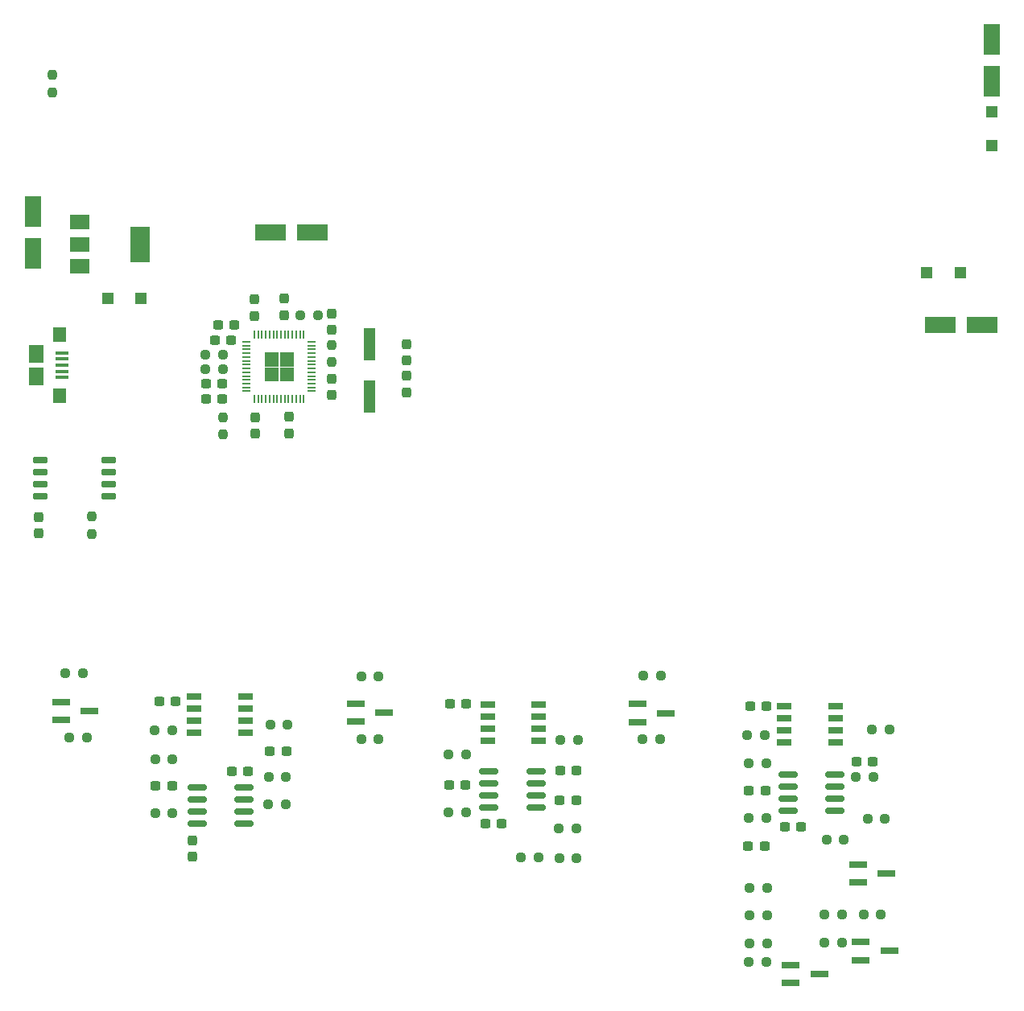
<source format=gtp>
G04 #@! TF.GenerationSoftware,KiCad,Pcbnew,(6.0.0)*
G04 #@! TF.CreationDate,2022-04-06T23:58:59+02:00*
G04 #@! TF.ProjectId,GenerativeEngine,47656e65-7261-4746-9976-65456e67696e,rev?*
G04 #@! TF.SameCoordinates,Original*
G04 #@! TF.FileFunction,Paste,Top*
G04 #@! TF.FilePolarity,Positive*
%FSLAX46Y46*%
G04 Gerber Fmt 4.6, Leading zero omitted, Abs format (unit mm)*
G04 Created by KiCad (PCBNEW (6.0.0)) date 2022-04-06 23:58:59*
%MOMM*%
%LPD*%
G01*
G04 APERTURE LIST*
G04 Aperture macros list*
%AMRoundRect*
0 Rectangle with rounded corners*
0 $1 Rounding radius*
0 $2 $3 $4 $5 $6 $7 $8 $9 X,Y pos of 4 corners*
0 Add a 4 corners polygon primitive as box body*
4,1,4,$2,$3,$4,$5,$6,$7,$8,$9,$2,$3,0*
0 Add four circle primitives for the rounded corners*
1,1,$1+$1,$2,$3*
1,1,$1+$1,$4,$5*
1,1,$1+$1,$6,$7*
1,1,$1+$1,$8,$9*
0 Add four rect primitives between the rounded corners*
20,1,$1+$1,$2,$3,$4,$5,0*
20,1,$1+$1,$4,$5,$6,$7,0*
20,1,$1+$1,$6,$7,$8,$9,0*
20,1,$1+$1,$8,$9,$2,$3,0*%
G04 Aperture macros list end*
%ADD10C,0.100000*%
%ADD11RoundRect,0.237500X-0.250000X-0.237500X0.250000X-0.237500X0.250000X0.237500X-0.250000X0.237500X0*%
%ADD12RoundRect,0.237500X-0.237500X0.300000X-0.237500X-0.300000X0.237500X-0.300000X0.237500X0.300000X0*%
%ADD13RoundRect,0.237500X0.237500X-0.300000X0.237500X0.300000X-0.237500X0.300000X-0.237500X-0.300000X0*%
%ADD14R,1.500000X0.650000*%
%ADD15R,1.150000X1.150000*%
%ADD16RoundRect,0.150000X-0.825000X-0.150000X0.825000X-0.150000X0.825000X0.150000X-0.825000X0.150000X0*%
%ADD17RoundRect,0.237500X0.250000X0.237500X-0.250000X0.237500X-0.250000X-0.237500X0.250000X-0.237500X0*%
%ADD18R,1.800000X3.300000*%
%ADD19RoundRect,0.237500X0.300000X0.237500X-0.300000X0.237500X-0.300000X-0.237500X0.300000X-0.237500X0*%
%ADD20RoundRect,0.150000X0.650000X0.150000X-0.650000X0.150000X-0.650000X-0.150000X0.650000X-0.150000X0*%
%ADD21R,3.300000X1.800000*%
%ADD22RoundRect,0.237500X-0.300000X-0.237500X0.300000X-0.237500X0.300000X0.237500X-0.300000X0.237500X0*%
%ADD23R,1.900000X0.800000*%
%ADD24RoundRect,0.237500X0.237500X-0.250000X0.237500X0.250000X-0.237500X0.250000X-0.237500X-0.250000X0*%
%ADD25R,1.350000X0.400000*%
%ADD26R,1.400000X1.600000*%
%ADD27R,1.600000X1.900000*%
%ADD28R,0.177800X0.812800*%
%ADD29R,0.812800X0.177800*%
%ADD30RoundRect,0.237500X-0.237500X0.250000X-0.237500X-0.250000X0.237500X-0.250000X0.237500X0.250000X0*%
%ADD31R,1.200000X3.500000*%
%ADD32R,2.000000X1.500000*%
%ADD33R,2.000000X3.800000*%
G04 APERTURE END LIST*
D10*
X66825800Y-87936400D02*
X68226000Y-87936400D01*
X68226000Y-87936400D02*
X68226000Y-86536200D01*
X68226000Y-86536200D02*
X66825800Y-86536200D01*
X66825800Y-86536200D02*
X66825800Y-87936400D01*
G36*
X68226000Y-87936400D02*
G01*
X66825800Y-87936400D01*
X66825800Y-86536200D01*
X68226000Y-86536200D01*
X68226000Y-87936400D01*
G37*
X68226000Y-87936400D02*
X66825800Y-87936400D01*
X66825800Y-86536200D01*
X68226000Y-86536200D01*
X68226000Y-87936400D01*
X65225600Y-86336200D02*
X66625800Y-86336200D01*
X66625800Y-86336200D02*
X66625800Y-84936000D01*
X66625800Y-84936000D02*
X65225600Y-84936000D01*
X65225600Y-84936000D02*
X65225600Y-86336200D01*
G36*
X66625800Y-86336200D02*
G01*
X65225600Y-86336200D01*
X65225600Y-84936000D01*
X66625800Y-84936000D01*
X66625800Y-86336200D01*
G37*
X66625800Y-86336200D02*
X65225600Y-86336200D01*
X65225600Y-84936000D01*
X66625800Y-84936000D01*
X66625800Y-86336200D01*
X65225600Y-87936400D02*
X66625800Y-87936400D01*
X66625800Y-87936400D02*
X66625800Y-86536200D01*
X66625800Y-86536200D02*
X65225600Y-86536200D01*
X65225600Y-86536200D02*
X65225600Y-87936400D01*
G36*
X66625800Y-87936400D02*
G01*
X65225600Y-87936400D01*
X65225600Y-86536200D01*
X66625800Y-86536200D01*
X66625800Y-87936400D01*
G37*
X66625800Y-87936400D02*
X65225600Y-87936400D01*
X65225600Y-86536200D01*
X66625800Y-86536200D01*
X66625800Y-87936400D01*
X66825800Y-86336200D02*
X68226000Y-86336200D01*
X68226000Y-86336200D02*
X68226000Y-84936000D01*
X68226000Y-84936000D02*
X66825800Y-84936000D01*
X66825800Y-84936000D02*
X66825800Y-86336200D01*
G36*
X68226000Y-86336200D02*
G01*
X66825800Y-86336200D01*
X66825800Y-84936000D01*
X68226000Y-84936000D01*
X68226000Y-86336200D01*
G37*
X68226000Y-86336200D02*
X66825800Y-86336200D01*
X66825800Y-84936000D01*
X68226000Y-84936000D01*
X68226000Y-86336200D01*
D11*
X128621900Y-134016600D03*
X130446900Y-134016600D03*
D12*
X64160400Y-79376100D03*
X64160400Y-81101100D03*
D13*
X72263000Y-89433400D03*
X72263000Y-87708400D03*
D14*
X57823700Y-121138800D03*
X57823700Y-122408800D03*
X57823700Y-123678800D03*
X57823700Y-124948800D03*
X63223700Y-124948800D03*
X63223700Y-123678800D03*
X63223700Y-122408800D03*
X63223700Y-121138800D03*
D13*
X67741800Y-93470900D03*
X67741800Y-91745900D03*
D11*
X92178500Y-138125200D03*
X94003500Y-138125200D03*
D15*
X138345600Y-76536400D03*
X134845600Y-76536400D03*
D11*
X96338500Y-125761600D03*
X98163500Y-125761600D03*
X105056300Y-118999000D03*
X106881300Y-118999000D03*
D16*
X58098400Y-130765400D03*
X58098400Y-132035400D03*
X58098400Y-133305400D03*
X58098400Y-134575400D03*
X63048400Y-134575400D03*
X63048400Y-133305400D03*
X63048400Y-132035400D03*
X63048400Y-130765400D03*
D17*
X126128900Y-136251800D03*
X124303900Y-136251800D03*
D11*
X44276000Y-118694200D03*
X46101000Y-118694200D03*
D18*
X141655800Y-56429000D03*
X141655800Y-52029000D03*
D13*
X72263000Y-82574300D03*
X72263000Y-80849300D03*
D17*
X55516900Y-127742800D03*
X53691900Y-127742800D03*
D11*
X96168200Y-135077200D03*
X97993200Y-135077200D03*
D19*
X63467900Y-129012800D03*
X61742900Y-129012800D03*
D20*
X48786600Y-100076000D03*
X48786600Y-98806000D03*
X48786600Y-97536000D03*
X48786600Y-96266000D03*
X41586600Y-96266000D03*
X41586600Y-97536000D03*
X41586600Y-98806000D03*
X41586600Y-100076000D03*
D15*
X141706600Y-59641800D03*
X141706600Y-63141800D03*
D21*
X140640000Y-82099000D03*
X136240000Y-82099000D03*
D17*
X129227700Y-129647800D03*
X127402700Y-129647800D03*
D11*
X124080900Y-147040600D03*
X125905900Y-147040600D03*
X124075300Y-144151200D03*
X125900300Y-144151200D03*
D22*
X84678000Y-121926200D03*
X86403000Y-121926200D03*
D11*
X59006100Y-85166200D03*
X60831100Y-85166200D03*
D15*
X52194400Y-79298800D03*
X48694400Y-79298800D03*
D18*
X40843200Y-74488400D03*
X40843200Y-70088400D03*
D23*
X120547000Y-149443400D03*
X120547000Y-151343400D03*
X123547000Y-150393400D03*
D19*
X60781100Y-89814400D03*
X59056100Y-89814400D03*
D17*
X117950100Y-128174600D03*
X116125100Y-128174600D03*
D24*
X60807600Y-93597100D03*
X60807600Y-91772100D03*
D22*
X116048100Y-136963000D03*
X117773100Y-136963000D03*
D23*
X104418000Y-121960600D03*
X104418000Y-123860600D03*
X107418000Y-122910600D03*
D11*
X84554800Y-133407000D03*
X86379800Y-133407000D03*
D17*
X130929500Y-124618600D03*
X129104500Y-124618600D03*
D25*
X43900400Y-84983800D03*
X43900400Y-85633800D03*
X43900400Y-86283800D03*
X43900400Y-86933800D03*
X43900400Y-87583800D03*
D26*
X43675400Y-83083800D03*
D27*
X41225400Y-85083800D03*
X41225400Y-87483800D03*
D26*
X43675400Y-89483800D03*
D13*
X57652400Y-138027600D03*
X57652400Y-136302600D03*
D28*
X64125800Y-89839800D03*
X64525799Y-89839800D03*
X64925801Y-89839800D03*
X65325800Y-89839800D03*
X65725799Y-89839800D03*
X66125801Y-89839800D03*
X66525800Y-89839800D03*
X66925800Y-89839800D03*
X67325799Y-89839800D03*
X67725801Y-89839800D03*
X68125800Y-89839800D03*
X68525799Y-89839800D03*
X68925801Y-89839800D03*
X69325800Y-89839800D03*
D29*
X70129400Y-89036200D03*
X70129400Y-88636201D03*
X70129400Y-88236199D03*
X70129400Y-87836200D03*
X70129400Y-87436201D03*
X70129400Y-87036199D03*
X70129400Y-86636200D03*
X70129400Y-86236200D03*
X70129400Y-85836201D03*
X70129400Y-85436199D03*
X70129400Y-85036200D03*
X70129400Y-84636201D03*
X70129400Y-84236199D03*
X70129400Y-83836200D03*
D28*
X69325800Y-83032600D03*
X68925801Y-83032600D03*
X68525799Y-83032600D03*
X68125800Y-83032600D03*
X67725801Y-83032600D03*
X67325799Y-83032600D03*
X66925800Y-83032600D03*
X66525800Y-83032600D03*
X66125801Y-83032600D03*
X65725799Y-83032600D03*
X65325800Y-83032600D03*
X64925801Y-83032600D03*
X64525799Y-83032600D03*
X64125800Y-83032600D03*
D29*
X63322200Y-83836200D03*
X63322200Y-84236199D03*
X63322200Y-84636201D03*
X63322200Y-85036200D03*
X63322200Y-85436199D03*
X63322200Y-85836201D03*
X63322200Y-86236200D03*
X63322200Y-86636200D03*
X63322200Y-87036199D03*
X63322200Y-87436201D03*
X63322200Y-87836200D03*
X63322200Y-88236199D03*
X63322200Y-88636201D03*
X63322200Y-89036200D03*
D11*
X44655100Y-125526800D03*
X46480100Y-125526800D03*
D14*
X119874800Y-122205600D03*
X119874800Y-123475600D03*
X119874800Y-124745600D03*
X119874800Y-126015600D03*
X125274800Y-126015600D03*
X125274800Y-124745600D03*
X125274800Y-123475600D03*
X125274800Y-122205600D03*
D17*
X60831100Y-86741000D03*
X59006100Y-86741000D03*
D11*
X84552900Y-127311000D03*
X86377900Y-127311000D03*
D19*
X55468000Y-130613000D03*
X53743000Y-130613000D03*
D11*
X65809600Y-124161400D03*
X67634600Y-124161400D03*
D19*
X62051100Y-82016600D03*
X60326100Y-82016600D03*
X117874700Y-131095600D03*
X116149700Y-131095600D03*
D14*
X88658200Y-122027800D03*
X88658200Y-123297800D03*
X88658200Y-124567800D03*
X88658200Y-125837800D03*
X94058200Y-125837800D03*
X94058200Y-124567800D03*
X94058200Y-123297800D03*
X94058200Y-122027800D03*
D30*
X72263000Y-84152100D03*
X72263000Y-85977100D03*
D11*
X96191700Y-138176000D03*
X98016700Y-138176000D03*
D23*
X43813600Y-121757400D03*
X43813600Y-123657400D03*
X46813600Y-122707400D03*
D19*
X90162200Y-134550000D03*
X88437200Y-134550000D03*
D17*
X117977300Y-149098000D03*
X116152300Y-149098000D03*
D19*
X121633900Y-134931000D03*
X119908900Y-134931000D03*
D30*
X42875200Y-55754900D03*
X42875200Y-57579900D03*
D17*
X106779700Y-125628400D03*
X104954700Y-125628400D03*
X55491500Y-124720200D03*
X53666500Y-124720200D03*
D13*
X80137000Y-89127500D03*
X80137000Y-87402500D03*
D16*
X88807000Y-129038200D03*
X88807000Y-130308200D03*
X88807000Y-131578200D03*
X88807000Y-132848200D03*
X93757000Y-132848200D03*
X93757000Y-131578200D03*
X93757000Y-130308200D03*
X93757000Y-129038200D03*
D31*
X76225400Y-89592600D03*
X76225400Y-84092600D03*
D16*
X120252200Y-129419200D03*
X120252200Y-130689200D03*
X120252200Y-131959200D03*
X120252200Y-133229200D03*
X125202200Y-133229200D03*
X125202200Y-131959200D03*
X125202200Y-130689200D03*
X125202200Y-129419200D03*
D12*
X67233800Y-79274500D03*
X67233800Y-80999500D03*
D11*
X75365600Y-119024400D03*
X77190600Y-119024400D03*
D17*
X118030000Y-144195800D03*
X116205000Y-144195800D03*
D22*
X96288000Y-128987400D03*
X98013000Y-128987400D03*
D19*
X97966700Y-132054600D03*
X96241700Y-132054600D03*
D13*
X64236600Y-93522800D03*
X64236600Y-91797800D03*
D21*
X65795800Y-72288400D03*
X70195800Y-72288400D03*
D22*
X116251300Y-122154800D03*
X117976300Y-122154800D03*
D24*
X47040800Y-104036500D03*
X47040800Y-102211500D03*
D22*
X65757200Y-126904600D03*
X67482200Y-126904600D03*
D11*
X116150500Y-133965800D03*
X117975500Y-133965800D03*
D17*
X118033800Y-141351000D03*
X116208800Y-141351000D03*
X67429500Y-132543400D03*
X65604500Y-132543400D03*
D23*
X127602600Y-138832400D03*
X127602600Y-140732400D03*
X130602600Y-139782400D03*
D17*
X77188700Y-125628400D03*
X75363700Y-125628400D03*
D32*
X45795800Y-71258400D03*
X45795800Y-73558400D03*
D33*
X52095800Y-73558400D03*
D32*
X45795800Y-75858400D03*
D23*
X74776200Y-121935200D03*
X74776200Y-123835200D03*
X77776200Y-122885200D03*
D22*
X54122900Y-121697600D03*
X55847900Y-121697600D03*
D12*
X80137000Y-84049700D03*
X80137000Y-85774700D03*
D22*
X84604000Y-130511400D03*
X86329000Y-130511400D03*
D11*
X65629900Y-129622400D03*
X67454900Y-129622400D03*
X53691900Y-133483200D03*
X55516900Y-133483200D03*
D22*
X127452700Y-128047600D03*
X129177700Y-128047600D03*
X59056100Y-88265000D03*
X60781100Y-88265000D03*
D11*
X68962900Y-81051400D03*
X70787900Y-81051400D03*
D19*
X61695500Y-83642200D03*
X59970500Y-83642200D03*
D17*
X118030000Y-147167600D03*
X116205000Y-147167600D03*
D23*
X127913000Y-147005000D03*
X127913000Y-148905000D03*
X130913000Y-147955000D03*
D12*
X41452800Y-102261500D03*
X41452800Y-103986500D03*
D17*
X117797700Y-125279000D03*
X115972700Y-125279000D03*
D11*
X128192000Y-144125800D03*
X130017000Y-144125800D03*
M02*

</source>
